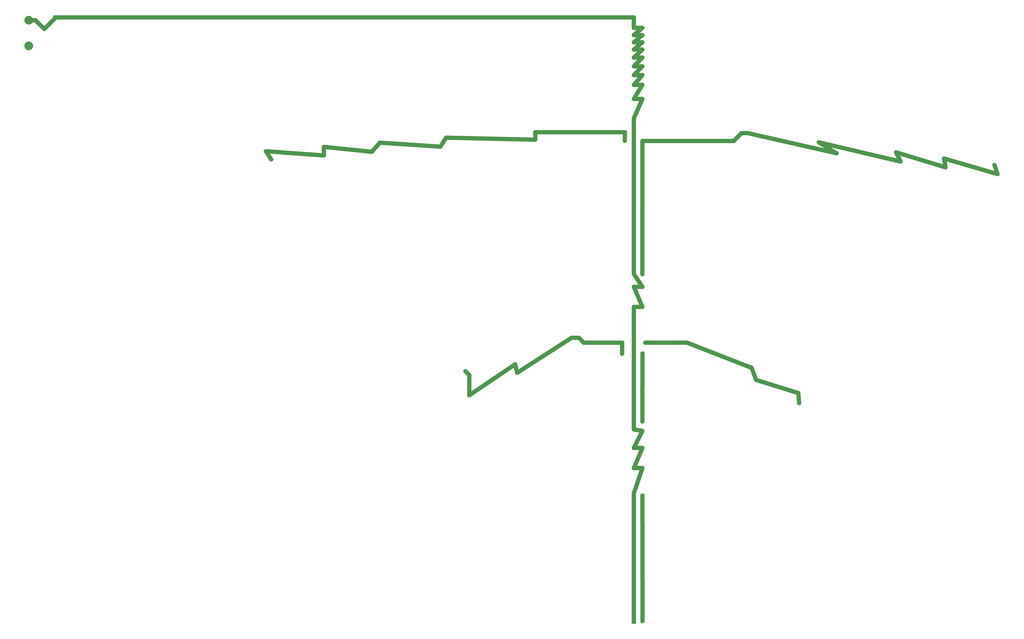
<source format=gbr>
%TF.GenerationSoftware,KiCad,Pcbnew,7.0.1-3b83917a11~172~ubuntu22.04.1*%
%TF.CreationDate,2023-07-04T11:09:48-04:00*%
%TF.ProjectId,coil_template_bott,636f696c-5f74-4656-9d70-6c6174655f62,rev?*%
%TF.SameCoordinates,Original*%
%TF.FileFunction,Copper,L2,Bot*%
%TF.FilePolarity,Positive*%
%FSLAX46Y46*%
G04 Gerber Fmt 4.6, Leading zero omitted, Abs format (unit mm)*
G04 Created by KiCad (PCBNEW 7.0.1-3b83917a11~172~ubuntu22.04.1) date 2023-07-04 11:09:48*
%MOMM*%
%LPD*%
G01*
G04 APERTURE LIST*
%TA.AperFunction,ComponentPad*%
%ADD10C,10.160000*%
%TD*%
%TA.AperFunction,SMDPad,CuDef*%
%ADD11R,5.000000X5.000000*%
%TD*%
%TA.AperFunction,ViaPad*%
%ADD12C,4.000000*%
%TD*%
%TA.AperFunction,Conductor*%
%ADD13C,5.000000*%
%TD*%
G04 APERTURE END LIST*
D10*
%TO.P,J1,1,Pin_1*%
%TO.N,Net-(J1-Pin_1)*%
X45240000Y-75240000D03*
%TO.P,J1,2,Pin_2*%
X45240000Y-45270000D03*
%TD*%
D11*
%TO.P,N1,1,Pin_1*%
%TO.N,Net-(J1-Pin_1)*%
X750000000Y-746500000D03*
%TD*%
D12*
%TO.N,Net-(J1-Pin_1)*%
X942342953Y-491861567D03*
X759886259Y-341491385D03*
X554111524Y-454682384D03*
X760199239Y-599495081D03*
X327468770Y-207010986D03*
X1170163405Y-214540534D03*
X736065311Y-434121752D03*
X762632545Y-421183262D03*
X760047535Y-433831937D03*
X759761162Y-513176112D03*
X760134320Y-745806243D03*
X739366785Y-185819130D03*
%TD*%
D13*
%TO.N,Net-(J1-Pin_1)*%
X750000000Y-137090000D02*
X760000000Y-120530000D01*
X750000000Y-735065934D02*
X750000000Y-746500000D01*
X1170163405Y-214540534D02*
X1173610000Y-224700000D01*
X892280000Y-464635800D02*
X941610000Y-479940000D01*
X887270000Y-450562800D02*
X892280000Y-464640000D01*
X760000000Y-62620000D02*
X750000000Y-62620000D01*
X750000000Y-71050000D02*
X760000000Y-62620000D01*
X531280000Y-182221100D02*
X633210000Y-184590000D01*
X558390000Y-482520000D02*
X558390000Y-459098120D01*
X760047535Y-433831937D02*
X760000000Y-434049298D01*
X882490000Y-176890000D02*
X875440000Y-176890000D01*
X1060660000Y-210059500D02*
X965390000Y-187630000D01*
X750000000Y-567330000D02*
X760000000Y-543960000D01*
X759886259Y-341491385D02*
X760000000Y-341500000D01*
X444810000Y-198746000D02*
X454180000Y-188010000D01*
X760000000Y-120530600D02*
X750000000Y-120690000D01*
X750000000Y-341185000D02*
X760000000Y-356100000D01*
X635182357Y-184524619D02*
X635182357Y-175890000D01*
X750000000Y-79480000D02*
X760000000Y-71050000D01*
X811980000Y-421234500D02*
X887270000Y-450560000D01*
X760134320Y-745806243D02*
X760000000Y-745876261D01*
X760000000Y-543960600D02*
X750000000Y-543960000D01*
X750000000Y-99055000D02*
X760000000Y-88790000D01*
X750000000Y-62620000D02*
X760000000Y-54190000D01*
X677430000Y-415501600D02*
X614100000Y-456330000D01*
X760000000Y-186060000D02*
X759886259Y-341491385D01*
X635182357Y-175890000D02*
X739599367Y-175890000D01*
X53020590Y-45270000D02*
X63295168Y-55544578D01*
X760124035Y-734600732D02*
X760134320Y-745806243D01*
X811980000Y-421234500D02*
X763304123Y-421234500D01*
X760000000Y-79480000D02*
X750000000Y-79480000D01*
X750000000Y-88790000D02*
X760000000Y-79480000D01*
X691586570Y-421234500D02*
X736370199Y-421234500D01*
X321380000Y-197991300D02*
X389010000Y-202940000D01*
X965390000Y-187629600D02*
X986130000Y-200400000D01*
X558390000Y-459098120D02*
X553763745Y-454471865D01*
X760117846Y-727858037D02*
X760124035Y-734600732D01*
X760000000Y-524094000D02*
X750000000Y-522400000D01*
X75762558Y-42016488D02*
X750000000Y-42016488D01*
X45240000Y-45270000D02*
X53020590Y-45270000D01*
X760000000Y-99059700D02*
X750000000Y-99060000D01*
X760000000Y-109257600D02*
X750000000Y-109320000D01*
X750000000Y-728290729D02*
X750000000Y-735065934D01*
X611700000Y-446403500D02*
X558390000Y-482520000D01*
X866270000Y-186060000D02*
X760000000Y-186060000D01*
X750000000Y-597014900D02*
X750000000Y-728290729D01*
X635116976Y-184590000D02*
X635182357Y-184524619D01*
X327590000Y-207552700D02*
X321380000Y-197990000D01*
X750000000Y-356100000D02*
X760000000Y-379510000D01*
X524750000Y-192739700D02*
X531280000Y-182220000D01*
X750000000Y-543965000D02*
X760000000Y-524090000D01*
X633210000Y-184590000D02*
X635116976Y-184590000D01*
X1170030000Y-214147900D02*
X1170163405Y-214540534D01*
X750000000Y-120690000D02*
X760000000Y-109260000D01*
X388980000Y-192912400D02*
X444810000Y-198750000D01*
X75762558Y-43077188D02*
X75762558Y-42016488D01*
X875440000Y-176890000D02*
X866270000Y-186060000D01*
X614100000Y-456326100D02*
X611700000Y-446400000D01*
X760000000Y-71050000D02*
X750000000Y-71050000D01*
X63295168Y-55544578D02*
X75762558Y-43077188D01*
X750000000Y-159720000D02*
X750000000Y-341185000D01*
X739599367Y-175890000D02*
X739366785Y-185819130D01*
X986130000Y-200401500D02*
X882490000Y-176890000D01*
X1113040000Y-216845900D02*
X1055450000Y-199300000D01*
X760000000Y-513111309D02*
X760047535Y-433831937D01*
X454180000Y-188013500D02*
X524750000Y-192740000D01*
X760000000Y-54190000D02*
X750000000Y-54190000D01*
X750000000Y-109320000D02*
X760000000Y-99060000D01*
X750000000Y-379640000D02*
X750000000Y-522400000D01*
X750000000Y-597014900D02*
X760000000Y-567320000D01*
X760000000Y-88790000D02*
X750000000Y-88790000D01*
X750000000Y-159720000D02*
X760000000Y-137090000D01*
X750000000Y-54190000D02*
X750000000Y-42016488D01*
X1173610000Y-224695900D02*
X1111360000Y-206540000D01*
X686055357Y-415501600D02*
X691586570Y-421032813D01*
X760000000Y-379506600D02*
X750000000Y-379640000D01*
X760000000Y-599466248D02*
X760117846Y-727858037D01*
X1055450000Y-199299800D02*
X1060660000Y-210060000D01*
X389010000Y-202937800D02*
X388980000Y-192910000D01*
X760000000Y-137090000D02*
X750000000Y-137090000D01*
X760000000Y-567322800D02*
X750000000Y-567330000D01*
X1111360000Y-206544900D02*
X1113040000Y-216850000D01*
X736370199Y-421234500D02*
X736370199Y-434049298D01*
X941610000Y-479936400D02*
X942480000Y-491770000D01*
X760000000Y-356100000D02*
X750000000Y-356100000D01*
X677430000Y-415501600D02*
X686055357Y-415501600D01*
%TD*%
M02*

</source>
